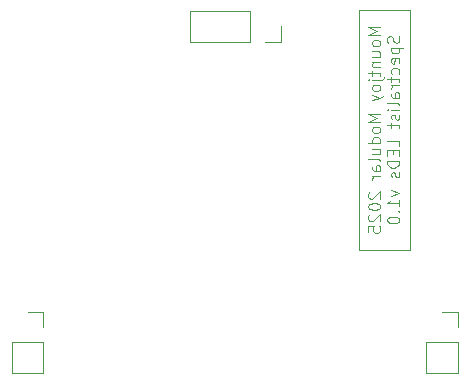
<source format=gbr>
%TF.GenerationSoftware,KiCad,Pcbnew,8.0.7*%
%TF.CreationDate,2025-01-17T16:07:08+00:00*%
%TF.ProjectId,Spectralist_LEDs,53706563-7472-4616-9c69-73745f4c4544,rev?*%
%TF.SameCoordinates,Original*%
%TF.FileFunction,Legend,Bot*%
%TF.FilePolarity,Positive*%
%FSLAX46Y46*%
G04 Gerber Fmt 4.6, Leading zero omitted, Abs format (unit mm)*
G04 Created by KiCad (PCBNEW 8.0.7) date 2025-01-17 16:07:08*
%MOMM*%
%LPD*%
G01*
G04 APERTURE LIST*
%ADD10C,0.100000*%
%ADD11C,0.120000*%
G04 APERTURE END LIST*
D10*
X142242419Y-84583332D02*
X141242419Y-84583332D01*
X141242419Y-84583332D02*
X141956704Y-84916665D01*
X141956704Y-84916665D02*
X141242419Y-85249998D01*
X141242419Y-85249998D02*
X142242419Y-85249998D01*
X142242419Y-85869046D02*
X142194800Y-85773808D01*
X142194800Y-85773808D02*
X142147180Y-85726189D01*
X142147180Y-85726189D02*
X142051942Y-85678570D01*
X142051942Y-85678570D02*
X141766228Y-85678570D01*
X141766228Y-85678570D02*
X141670990Y-85726189D01*
X141670990Y-85726189D02*
X141623371Y-85773808D01*
X141623371Y-85773808D02*
X141575752Y-85869046D01*
X141575752Y-85869046D02*
X141575752Y-86011903D01*
X141575752Y-86011903D02*
X141623371Y-86107141D01*
X141623371Y-86107141D02*
X141670990Y-86154760D01*
X141670990Y-86154760D02*
X141766228Y-86202379D01*
X141766228Y-86202379D02*
X142051942Y-86202379D01*
X142051942Y-86202379D02*
X142147180Y-86154760D01*
X142147180Y-86154760D02*
X142194800Y-86107141D01*
X142194800Y-86107141D02*
X142242419Y-86011903D01*
X142242419Y-86011903D02*
X142242419Y-85869046D01*
X141575752Y-87059522D02*
X142242419Y-87059522D01*
X141575752Y-86630951D02*
X142099561Y-86630951D01*
X142099561Y-86630951D02*
X142194800Y-86678570D01*
X142194800Y-86678570D02*
X142242419Y-86773808D01*
X142242419Y-86773808D02*
X142242419Y-86916665D01*
X142242419Y-86916665D02*
X142194800Y-87011903D01*
X142194800Y-87011903D02*
X142147180Y-87059522D01*
X141575752Y-87535713D02*
X142242419Y-87535713D01*
X141670990Y-87535713D02*
X141623371Y-87583332D01*
X141623371Y-87583332D02*
X141575752Y-87678570D01*
X141575752Y-87678570D02*
X141575752Y-87821427D01*
X141575752Y-87821427D02*
X141623371Y-87916665D01*
X141623371Y-87916665D02*
X141718609Y-87964284D01*
X141718609Y-87964284D02*
X142242419Y-87964284D01*
X141575752Y-88297618D02*
X141575752Y-88678570D01*
X141242419Y-88440475D02*
X142099561Y-88440475D01*
X142099561Y-88440475D02*
X142194800Y-88488094D01*
X142194800Y-88488094D02*
X142242419Y-88583332D01*
X142242419Y-88583332D02*
X142242419Y-88678570D01*
X141575752Y-89011904D02*
X142432895Y-89011904D01*
X142432895Y-89011904D02*
X142528133Y-88964285D01*
X142528133Y-88964285D02*
X142575752Y-88869047D01*
X142575752Y-88869047D02*
X142575752Y-88821428D01*
X141242419Y-89011904D02*
X141290038Y-88964285D01*
X141290038Y-88964285D02*
X141337657Y-89011904D01*
X141337657Y-89011904D02*
X141290038Y-89059523D01*
X141290038Y-89059523D02*
X141242419Y-89011904D01*
X141242419Y-89011904D02*
X141337657Y-89011904D01*
X142242419Y-89630951D02*
X142194800Y-89535713D01*
X142194800Y-89535713D02*
X142147180Y-89488094D01*
X142147180Y-89488094D02*
X142051942Y-89440475D01*
X142051942Y-89440475D02*
X141766228Y-89440475D01*
X141766228Y-89440475D02*
X141670990Y-89488094D01*
X141670990Y-89488094D02*
X141623371Y-89535713D01*
X141623371Y-89535713D02*
X141575752Y-89630951D01*
X141575752Y-89630951D02*
X141575752Y-89773808D01*
X141575752Y-89773808D02*
X141623371Y-89869046D01*
X141623371Y-89869046D02*
X141670990Y-89916665D01*
X141670990Y-89916665D02*
X141766228Y-89964284D01*
X141766228Y-89964284D02*
X142051942Y-89964284D01*
X142051942Y-89964284D02*
X142147180Y-89916665D01*
X142147180Y-89916665D02*
X142194800Y-89869046D01*
X142194800Y-89869046D02*
X142242419Y-89773808D01*
X142242419Y-89773808D02*
X142242419Y-89630951D01*
X141575752Y-90297618D02*
X142242419Y-90535713D01*
X141575752Y-90773808D02*
X142242419Y-90535713D01*
X142242419Y-90535713D02*
X142480514Y-90440475D01*
X142480514Y-90440475D02*
X142528133Y-90392856D01*
X142528133Y-90392856D02*
X142575752Y-90297618D01*
X142242419Y-91916666D02*
X141242419Y-91916666D01*
X141242419Y-91916666D02*
X141956704Y-92249999D01*
X141956704Y-92249999D02*
X141242419Y-92583332D01*
X141242419Y-92583332D02*
X142242419Y-92583332D01*
X142242419Y-93202380D02*
X142194800Y-93107142D01*
X142194800Y-93107142D02*
X142147180Y-93059523D01*
X142147180Y-93059523D02*
X142051942Y-93011904D01*
X142051942Y-93011904D02*
X141766228Y-93011904D01*
X141766228Y-93011904D02*
X141670990Y-93059523D01*
X141670990Y-93059523D02*
X141623371Y-93107142D01*
X141623371Y-93107142D02*
X141575752Y-93202380D01*
X141575752Y-93202380D02*
X141575752Y-93345237D01*
X141575752Y-93345237D02*
X141623371Y-93440475D01*
X141623371Y-93440475D02*
X141670990Y-93488094D01*
X141670990Y-93488094D02*
X141766228Y-93535713D01*
X141766228Y-93535713D02*
X142051942Y-93535713D01*
X142051942Y-93535713D02*
X142147180Y-93488094D01*
X142147180Y-93488094D02*
X142194800Y-93440475D01*
X142194800Y-93440475D02*
X142242419Y-93345237D01*
X142242419Y-93345237D02*
X142242419Y-93202380D01*
X142242419Y-94392856D02*
X141242419Y-94392856D01*
X142194800Y-94392856D02*
X142242419Y-94297618D01*
X142242419Y-94297618D02*
X142242419Y-94107142D01*
X142242419Y-94107142D02*
X142194800Y-94011904D01*
X142194800Y-94011904D02*
X142147180Y-93964285D01*
X142147180Y-93964285D02*
X142051942Y-93916666D01*
X142051942Y-93916666D02*
X141766228Y-93916666D01*
X141766228Y-93916666D02*
X141670990Y-93964285D01*
X141670990Y-93964285D02*
X141623371Y-94011904D01*
X141623371Y-94011904D02*
X141575752Y-94107142D01*
X141575752Y-94107142D02*
X141575752Y-94297618D01*
X141575752Y-94297618D02*
X141623371Y-94392856D01*
X141575752Y-95297618D02*
X142242419Y-95297618D01*
X141575752Y-94869047D02*
X142099561Y-94869047D01*
X142099561Y-94869047D02*
X142194800Y-94916666D01*
X142194800Y-94916666D02*
X142242419Y-95011904D01*
X142242419Y-95011904D02*
X142242419Y-95154761D01*
X142242419Y-95154761D02*
X142194800Y-95249999D01*
X142194800Y-95249999D02*
X142147180Y-95297618D01*
X142242419Y-95916666D02*
X142194800Y-95821428D01*
X142194800Y-95821428D02*
X142099561Y-95773809D01*
X142099561Y-95773809D02*
X141242419Y-95773809D01*
X142242419Y-96726190D02*
X141718609Y-96726190D01*
X141718609Y-96726190D02*
X141623371Y-96678571D01*
X141623371Y-96678571D02*
X141575752Y-96583333D01*
X141575752Y-96583333D02*
X141575752Y-96392857D01*
X141575752Y-96392857D02*
X141623371Y-96297619D01*
X142194800Y-96726190D02*
X142242419Y-96630952D01*
X142242419Y-96630952D02*
X142242419Y-96392857D01*
X142242419Y-96392857D02*
X142194800Y-96297619D01*
X142194800Y-96297619D02*
X142099561Y-96250000D01*
X142099561Y-96250000D02*
X142004323Y-96250000D01*
X142004323Y-96250000D02*
X141909085Y-96297619D01*
X141909085Y-96297619D02*
X141861466Y-96392857D01*
X141861466Y-96392857D02*
X141861466Y-96630952D01*
X141861466Y-96630952D02*
X141813847Y-96726190D01*
X142242419Y-97202381D02*
X141575752Y-97202381D01*
X141766228Y-97202381D02*
X141670990Y-97250000D01*
X141670990Y-97250000D02*
X141623371Y-97297619D01*
X141623371Y-97297619D02*
X141575752Y-97392857D01*
X141575752Y-97392857D02*
X141575752Y-97488095D01*
X141337657Y-98535715D02*
X141290038Y-98583334D01*
X141290038Y-98583334D02*
X141242419Y-98678572D01*
X141242419Y-98678572D02*
X141242419Y-98916667D01*
X141242419Y-98916667D02*
X141290038Y-99011905D01*
X141290038Y-99011905D02*
X141337657Y-99059524D01*
X141337657Y-99059524D02*
X141432895Y-99107143D01*
X141432895Y-99107143D02*
X141528133Y-99107143D01*
X141528133Y-99107143D02*
X141670990Y-99059524D01*
X141670990Y-99059524D02*
X142242419Y-98488096D01*
X142242419Y-98488096D02*
X142242419Y-99107143D01*
X141242419Y-99726191D02*
X141242419Y-99821429D01*
X141242419Y-99821429D02*
X141290038Y-99916667D01*
X141290038Y-99916667D02*
X141337657Y-99964286D01*
X141337657Y-99964286D02*
X141432895Y-100011905D01*
X141432895Y-100011905D02*
X141623371Y-100059524D01*
X141623371Y-100059524D02*
X141861466Y-100059524D01*
X141861466Y-100059524D02*
X142051942Y-100011905D01*
X142051942Y-100011905D02*
X142147180Y-99964286D01*
X142147180Y-99964286D02*
X142194800Y-99916667D01*
X142194800Y-99916667D02*
X142242419Y-99821429D01*
X142242419Y-99821429D02*
X142242419Y-99726191D01*
X142242419Y-99726191D02*
X142194800Y-99630953D01*
X142194800Y-99630953D02*
X142147180Y-99583334D01*
X142147180Y-99583334D02*
X142051942Y-99535715D01*
X142051942Y-99535715D02*
X141861466Y-99488096D01*
X141861466Y-99488096D02*
X141623371Y-99488096D01*
X141623371Y-99488096D02*
X141432895Y-99535715D01*
X141432895Y-99535715D02*
X141337657Y-99583334D01*
X141337657Y-99583334D02*
X141290038Y-99630953D01*
X141290038Y-99630953D02*
X141242419Y-99726191D01*
X141337657Y-100440477D02*
X141290038Y-100488096D01*
X141290038Y-100488096D02*
X141242419Y-100583334D01*
X141242419Y-100583334D02*
X141242419Y-100821429D01*
X141242419Y-100821429D02*
X141290038Y-100916667D01*
X141290038Y-100916667D02*
X141337657Y-100964286D01*
X141337657Y-100964286D02*
X141432895Y-101011905D01*
X141432895Y-101011905D02*
X141528133Y-101011905D01*
X141528133Y-101011905D02*
X141670990Y-100964286D01*
X141670990Y-100964286D02*
X142242419Y-100392858D01*
X142242419Y-100392858D02*
X142242419Y-101011905D01*
X141242419Y-101916667D02*
X141242419Y-101440477D01*
X141242419Y-101440477D02*
X141718609Y-101392858D01*
X141718609Y-101392858D02*
X141670990Y-101440477D01*
X141670990Y-101440477D02*
X141623371Y-101535715D01*
X141623371Y-101535715D02*
X141623371Y-101773810D01*
X141623371Y-101773810D02*
X141670990Y-101869048D01*
X141670990Y-101869048D02*
X141718609Y-101916667D01*
X141718609Y-101916667D02*
X141813847Y-101964286D01*
X141813847Y-101964286D02*
X142051942Y-101964286D01*
X142051942Y-101964286D02*
X142147180Y-101916667D01*
X142147180Y-101916667D02*
X142194800Y-101869048D01*
X142194800Y-101869048D02*
X142242419Y-101773810D01*
X142242419Y-101773810D02*
X142242419Y-101535715D01*
X142242419Y-101535715D02*
X142194800Y-101440477D01*
X142194800Y-101440477D02*
X142147180Y-101392858D01*
X143804744Y-85321427D02*
X143852363Y-85464284D01*
X143852363Y-85464284D02*
X143852363Y-85702379D01*
X143852363Y-85702379D02*
X143804744Y-85797617D01*
X143804744Y-85797617D02*
X143757124Y-85845236D01*
X143757124Y-85845236D02*
X143661886Y-85892855D01*
X143661886Y-85892855D02*
X143566648Y-85892855D01*
X143566648Y-85892855D02*
X143471410Y-85845236D01*
X143471410Y-85845236D02*
X143423791Y-85797617D01*
X143423791Y-85797617D02*
X143376172Y-85702379D01*
X143376172Y-85702379D02*
X143328553Y-85511903D01*
X143328553Y-85511903D02*
X143280934Y-85416665D01*
X143280934Y-85416665D02*
X143233315Y-85369046D01*
X143233315Y-85369046D02*
X143138077Y-85321427D01*
X143138077Y-85321427D02*
X143042839Y-85321427D01*
X143042839Y-85321427D02*
X142947601Y-85369046D01*
X142947601Y-85369046D02*
X142899982Y-85416665D01*
X142899982Y-85416665D02*
X142852363Y-85511903D01*
X142852363Y-85511903D02*
X142852363Y-85749998D01*
X142852363Y-85749998D02*
X142899982Y-85892855D01*
X143185696Y-86321427D02*
X144185696Y-86321427D01*
X143233315Y-86321427D02*
X143185696Y-86416665D01*
X143185696Y-86416665D02*
X143185696Y-86607141D01*
X143185696Y-86607141D02*
X143233315Y-86702379D01*
X143233315Y-86702379D02*
X143280934Y-86749998D01*
X143280934Y-86749998D02*
X143376172Y-86797617D01*
X143376172Y-86797617D02*
X143661886Y-86797617D01*
X143661886Y-86797617D02*
X143757124Y-86749998D01*
X143757124Y-86749998D02*
X143804744Y-86702379D01*
X143804744Y-86702379D02*
X143852363Y-86607141D01*
X143852363Y-86607141D02*
X143852363Y-86416665D01*
X143852363Y-86416665D02*
X143804744Y-86321427D01*
X143804744Y-87607141D02*
X143852363Y-87511903D01*
X143852363Y-87511903D02*
X143852363Y-87321427D01*
X143852363Y-87321427D02*
X143804744Y-87226189D01*
X143804744Y-87226189D02*
X143709505Y-87178570D01*
X143709505Y-87178570D02*
X143328553Y-87178570D01*
X143328553Y-87178570D02*
X143233315Y-87226189D01*
X143233315Y-87226189D02*
X143185696Y-87321427D01*
X143185696Y-87321427D02*
X143185696Y-87511903D01*
X143185696Y-87511903D02*
X143233315Y-87607141D01*
X143233315Y-87607141D02*
X143328553Y-87654760D01*
X143328553Y-87654760D02*
X143423791Y-87654760D01*
X143423791Y-87654760D02*
X143519029Y-87178570D01*
X143804744Y-88511903D02*
X143852363Y-88416665D01*
X143852363Y-88416665D02*
X143852363Y-88226189D01*
X143852363Y-88226189D02*
X143804744Y-88130951D01*
X143804744Y-88130951D02*
X143757124Y-88083332D01*
X143757124Y-88083332D02*
X143661886Y-88035713D01*
X143661886Y-88035713D02*
X143376172Y-88035713D01*
X143376172Y-88035713D02*
X143280934Y-88083332D01*
X143280934Y-88083332D02*
X143233315Y-88130951D01*
X143233315Y-88130951D02*
X143185696Y-88226189D01*
X143185696Y-88226189D02*
X143185696Y-88416665D01*
X143185696Y-88416665D02*
X143233315Y-88511903D01*
X143185696Y-88797618D02*
X143185696Y-89178570D01*
X142852363Y-88940475D02*
X143709505Y-88940475D01*
X143709505Y-88940475D02*
X143804744Y-88988094D01*
X143804744Y-88988094D02*
X143852363Y-89083332D01*
X143852363Y-89083332D02*
X143852363Y-89178570D01*
X143852363Y-89511904D02*
X143185696Y-89511904D01*
X143376172Y-89511904D02*
X143280934Y-89559523D01*
X143280934Y-89559523D02*
X143233315Y-89607142D01*
X143233315Y-89607142D02*
X143185696Y-89702380D01*
X143185696Y-89702380D02*
X143185696Y-89797618D01*
X143852363Y-90559523D02*
X143328553Y-90559523D01*
X143328553Y-90559523D02*
X143233315Y-90511904D01*
X143233315Y-90511904D02*
X143185696Y-90416666D01*
X143185696Y-90416666D02*
X143185696Y-90226190D01*
X143185696Y-90226190D02*
X143233315Y-90130952D01*
X143804744Y-90559523D02*
X143852363Y-90464285D01*
X143852363Y-90464285D02*
X143852363Y-90226190D01*
X143852363Y-90226190D02*
X143804744Y-90130952D01*
X143804744Y-90130952D02*
X143709505Y-90083333D01*
X143709505Y-90083333D02*
X143614267Y-90083333D01*
X143614267Y-90083333D02*
X143519029Y-90130952D01*
X143519029Y-90130952D02*
X143471410Y-90226190D01*
X143471410Y-90226190D02*
X143471410Y-90464285D01*
X143471410Y-90464285D02*
X143423791Y-90559523D01*
X143852363Y-91178571D02*
X143804744Y-91083333D01*
X143804744Y-91083333D02*
X143709505Y-91035714D01*
X143709505Y-91035714D02*
X142852363Y-91035714D01*
X143852363Y-91559524D02*
X143185696Y-91559524D01*
X142852363Y-91559524D02*
X142899982Y-91511905D01*
X142899982Y-91511905D02*
X142947601Y-91559524D01*
X142947601Y-91559524D02*
X142899982Y-91607143D01*
X142899982Y-91607143D02*
X142852363Y-91559524D01*
X142852363Y-91559524D02*
X142947601Y-91559524D01*
X143804744Y-91988095D02*
X143852363Y-92083333D01*
X143852363Y-92083333D02*
X143852363Y-92273809D01*
X143852363Y-92273809D02*
X143804744Y-92369047D01*
X143804744Y-92369047D02*
X143709505Y-92416666D01*
X143709505Y-92416666D02*
X143661886Y-92416666D01*
X143661886Y-92416666D02*
X143566648Y-92369047D01*
X143566648Y-92369047D02*
X143519029Y-92273809D01*
X143519029Y-92273809D02*
X143519029Y-92130952D01*
X143519029Y-92130952D02*
X143471410Y-92035714D01*
X143471410Y-92035714D02*
X143376172Y-91988095D01*
X143376172Y-91988095D02*
X143328553Y-91988095D01*
X143328553Y-91988095D02*
X143233315Y-92035714D01*
X143233315Y-92035714D02*
X143185696Y-92130952D01*
X143185696Y-92130952D02*
X143185696Y-92273809D01*
X143185696Y-92273809D02*
X143233315Y-92369047D01*
X143185696Y-92702381D02*
X143185696Y-93083333D01*
X142852363Y-92845238D02*
X143709505Y-92845238D01*
X143709505Y-92845238D02*
X143804744Y-92892857D01*
X143804744Y-92892857D02*
X143852363Y-92988095D01*
X143852363Y-92988095D02*
X143852363Y-93083333D01*
X143852363Y-94654762D02*
X143852363Y-94178572D01*
X143852363Y-94178572D02*
X142852363Y-94178572D01*
X143328553Y-94988096D02*
X143328553Y-95321429D01*
X143852363Y-95464286D02*
X143852363Y-94988096D01*
X143852363Y-94988096D02*
X142852363Y-94988096D01*
X142852363Y-94988096D02*
X142852363Y-95464286D01*
X143852363Y-95892858D02*
X142852363Y-95892858D01*
X142852363Y-95892858D02*
X142852363Y-96130953D01*
X142852363Y-96130953D02*
X142899982Y-96273810D01*
X142899982Y-96273810D02*
X142995220Y-96369048D01*
X142995220Y-96369048D02*
X143090458Y-96416667D01*
X143090458Y-96416667D02*
X143280934Y-96464286D01*
X143280934Y-96464286D02*
X143423791Y-96464286D01*
X143423791Y-96464286D02*
X143614267Y-96416667D01*
X143614267Y-96416667D02*
X143709505Y-96369048D01*
X143709505Y-96369048D02*
X143804744Y-96273810D01*
X143804744Y-96273810D02*
X143852363Y-96130953D01*
X143852363Y-96130953D02*
X143852363Y-95892858D01*
X143804744Y-96845239D02*
X143852363Y-96940477D01*
X143852363Y-96940477D02*
X143852363Y-97130953D01*
X143852363Y-97130953D02*
X143804744Y-97226191D01*
X143804744Y-97226191D02*
X143709505Y-97273810D01*
X143709505Y-97273810D02*
X143661886Y-97273810D01*
X143661886Y-97273810D02*
X143566648Y-97226191D01*
X143566648Y-97226191D02*
X143519029Y-97130953D01*
X143519029Y-97130953D02*
X143519029Y-96988096D01*
X143519029Y-96988096D02*
X143471410Y-96892858D01*
X143471410Y-96892858D02*
X143376172Y-96845239D01*
X143376172Y-96845239D02*
X143328553Y-96845239D01*
X143328553Y-96845239D02*
X143233315Y-96892858D01*
X143233315Y-96892858D02*
X143185696Y-96988096D01*
X143185696Y-96988096D02*
X143185696Y-97130953D01*
X143185696Y-97130953D02*
X143233315Y-97226191D01*
X143185696Y-98369049D02*
X143852363Y-98607144D01*
X143852363Y-98607144D02*
X143185696Y-98845239D01*
X143852363Y-99750001D02*
X143852363Y-99178573D01*
X143852363Y-99464287D02*
X142852363Y-99464287D01*
X142852363Y-99464287D02*
X142995220Y-99369049D01*
X142995220Y-99369049D02*
X143090458Y-99273811D01*
X143090458Y-99273811D02*
X143138077Y-99178573D01*
X143757124Y-100178573D02*
X143804744Y-100226192D01*
X143804744Y-100226192D02*
X143852363Y-100178573D01*
X143852363Y-100178573D02*
X143804744Y-100130954D01*
X143804744Y-100130954D02*
X143757124Y-100178573D01*
X143757124Y-100178573D02*
X143852363Y-100178573D01*
X142852363Y-100845239D02*
X142852363Y-100940477D01*
X142852363Y-100940477D02*
X142899982Y-101035715D01*
X142899982Y-101035715D02*
X142947601Y-101083334D01*
X142947601Y-101083334D02*
X143042839Y-101130953D01*
X143042839Y-101130953D02*
X143233315Y-101178572D01*
X143233315Y-101178572D02*
X143471410Y-101178572D01*
X143471410Y-101178572D02*
X143661886Y-101130953D01*
X143661886Y-101130953D02*
X143757124Y-101083334D01*
X143757124Y-101083334D02*
X143804744Y-101035715D01*
X143804744Y-101035715D02*
X143852363Y-100940477D01*
X143852363Y-100940477D02*
X143852363Y-100845239D01*
X143852363Y-100845239D02*
X143804744Y-100750001D01*
X143804744Y-100750001D02*
X143757124Y-100702382D01*
X143757124Y-100702382D02*
X143661886Y-100654763D01*
X143661886Y-100654763D02*
X143471410Y-100607144D01*
X143471410Y-100607144D02*
X143233315Y-100607144D01*
X143233315Y-100607144D02*
X143042839Y-100654763D01*
X143042839Y-100654763D02*
X142947601Y-100702382D01*
X142947601Y-100702382D02*
X142899982Y-100750001D01*
X142899982Y-100750001D02*
X142852363Y-100845239D01*
X140450000Y-83100000D02*
X144750000Y-83100000D01*
X144750000Y-103400000D01*
X140450000Y-103400000D01*
X140450000Y-83100000D01*
D11*
%TO.C,J3*%
X146170000Y-111270000D02*
X148830000Y-111270000D01*
X146170000Y-113870000D02*
X146170000Y-111270000D01*
X146170000Y-113870000D02*
X148830000Y-113870000D01*
X147500000Y-108670000D02*
X148830000Y-108670000D01*
X148830000Y-108670000D02*
X148830000Y-110000000D01*
X148830000Y-113870000D02*
X148830000Y-111270000D01*
%TO.C,J2*%
X111070000Y-111270000D02*
X113730000Y-111270000D01*
X111070000Y-113870000D02*
X111070000Y-111270000D01*
X111070000Y-113870000D02*
X113730000Y-113870000D01*
X112400000Y-108670000D02*
X113730000Y-108670000D01*
X113730000Y-108670000D02*
X113730000Y-110000000D01*
X113730000Y-113870000D02*
X113730000Y-111270000D01*
%TO.C,J1*%
X126115000Y-83170000D02*
X126115000Y-85830000D01*
X126115000Y-83170000D02*
X131255000Y-83170000D01*
X126115000Y-85830000D02*
X131255000Y-85830000D01*
X131255000Y-83170000D02*
X131255000Y-85830000D01*
X133855000Y-84500000D02*
X133855000Y-85830000D01*
X133855000Y-85830000D02*
X132525000Y-85830000D01*
%TD*%
M02*

</source>
